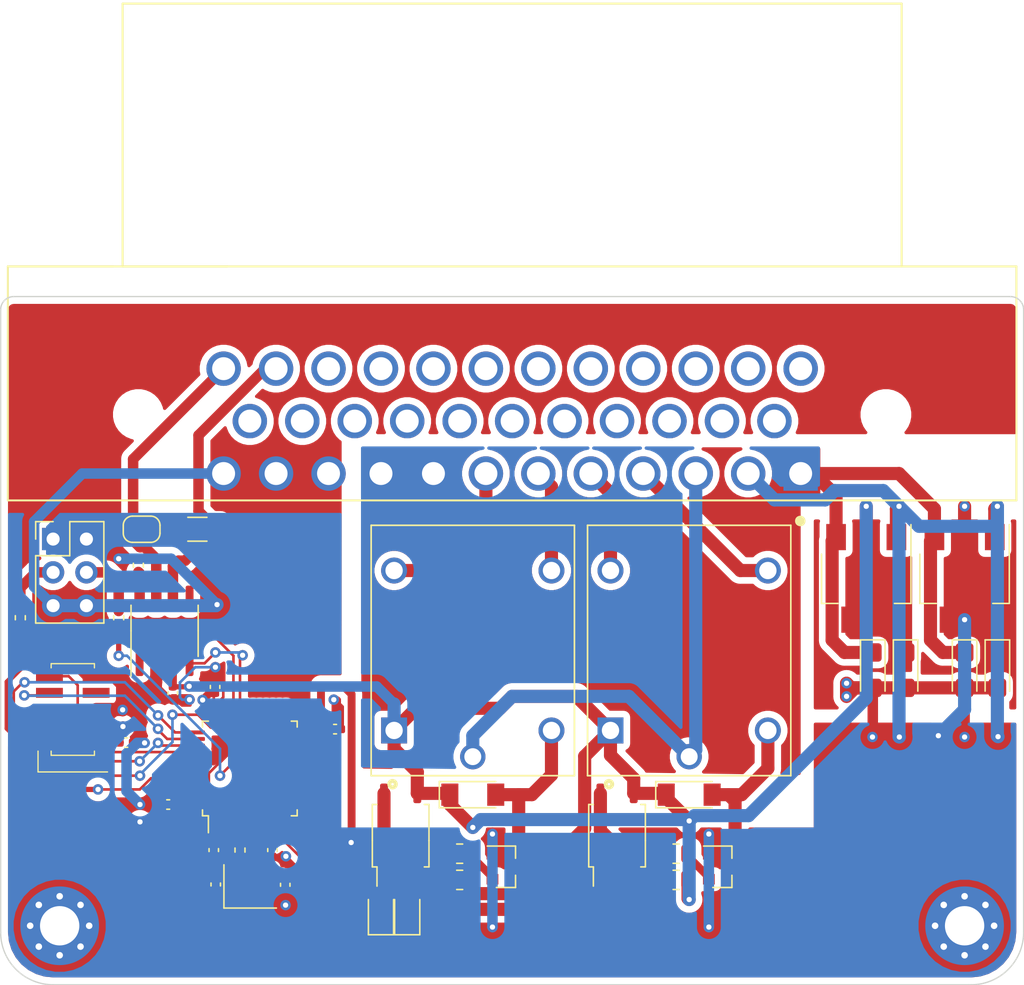
<source format=kicad_pcb>
(kicad_pcb (version 20171130) (host pcbnew 5.1.10)
  (layers (0 F.Cu signal) (31 B.Cu signal) (34 B.Paste user) (35 F.Paste user) (36 B.SilkS user) (37 F.SilkS user) (38 B.Mask user) (39 F.Mask user) (44 Edge.Cuts user))
  (net 0 "")
  (net 1 GND)
  (net 2 +12V)
  (net 3 +3V3)
  (net 4 +5V)
  (net 5 "Net-(D1-Pad2)")
  (net 6 "Net-(D2-Pad2)")
  (net 7 "Net-(D3-Pad2)")
  (net 8 "Net-(D4-Pad2)")
  (net 9 /HL_COM)
  (net 10 /HL1_UP)
  (net 11 /HL2_UP)
  (net 12 /HL1_DN)
  (net 13 /HL2_DN)
  (net 14 /SWDCLK)
  (net 15 /SWDIO)
  (net 16 /SWO)
  (net 17 /CANH)
  (net 18 "Net-(Q1-Pad2)")
  (net 19 "Net-(Q2-Pad2)")
  (net 20 "Net-(R1-Pad1)")
  (net 21 "Net-(R2-Pad1)")
  (net 22 "Net-(R3-Pad2)")
  (net 23 "Net-(R4-Pad2)")
  (net 24 /CANL)
  (net 25 "Net-(JP1-Pad2)")
  (net 26 "Net-(C4-Pad1)")
  (net 27 /HSE_OUT)
  (net 28 /HL1_IN)
  (net 29 /HL2_IN)
  (net 30 /JNTRST)
  (net 31 /TDI)
  (net 32 "Net-(J3-Pad4)")
  (net 33 "Net-(J3-Pad3)")
  (net 34 /BOOT0)
  (net 35 /HSE_IN)
  (net 36 /BOOT1)
  (net 37 "Net-(R9-Pad2)")
  (net 38 /CAN_TX)
  (net 39 /CAN_RX)
  (module Resistor_SMD:R_0402_1005Metric (layer F.Cu) (at 29.5 62.5 270)
    (fp_text reference R9)
    (fp_text value 4.7k)
    (pad 2 smd roundrect (at 0.51 0 270) (size 0.54 0.64) (layers F.Cu F.Paste F.Mask) (net 37 "Net-(R9-Pad2)"))
    (pad 1 smd roundrect (at -0.51 0 270) (size 0.54 0.64) (layers F.Cu F.Paste F.Mask) (net 1 GND))
  )
  (module Resistor_SMD:R_0402_1005Metric (layer F.Cu) (at 28 66.499999 90)
    (fp_text reference R8)
    (fp_text value 100K)
    (pad 2 smd roundrect (at 0.51 0 90) (size 0.54 0.64) (layers F.Cu F.Paste F.Mask) (net 32 "Net-(J3-Pad4)"))
    (pad 1 smd roundrect (at -0.51 0 90) (size 0.54 0.64) (layers F.Cu F.Paste F.Mask) (net 36 /BOOT1))
  )
  (module Resistor_SMD:R_0402_1005Metric (layer F.Cu) (at 37.25 84.225 270)
    (fp_text reference R7)
    (fp_text value 1M)
    (pad 2 smd roundrect (at 0.51 0 270) (size 0.54 0.64) (layers F.Cu F.Paste F.Mask) (net 26 "Net-(C4-Pad1)"))
    (pad 1 smd roundrect (at -0.51 0 270) (size 0.54 0.64) (layers F.Cu F.Paste F.Mask) (net 35 /HSE_IN))
  )
  (module Resistor_SMD:R_0402_1005Metric (layer F.Cu) (at 20.5 66.5 270)
    (fp_text reference R6)
    (fp_text value 100K)
    (pad 2 smd roundrect (at 0.51 0 270) (size 0.54 0.64) (layers F.Cu F.Paste F.Mask) (net 34 /BOOT0))
    (pad 1 smd roundrect (at -0.51 0 270) (size 0.54 0.64) (layers F.Cu F.Paste F.Mask) (net 33 "Net-(J3-Pad3)"))
  )
  (module Connector_PinHeader_2.54mm:PinHeader_2x03_P2.54mm_Vertical (layer F.Cu) (at 23 60.5)
    (fp_text reference J3)
    (fp_text value BOOT)
    (pad 6 thru_hole oval (at 2.54 5.08) (size 1.7 1.7) (drill 1) (layers *.Cu *.Mask) (net 1 GND))
    (pad 5 thru_hole oval (at 0 5.08) (size 1.7 1.7) (drill 1) (layers *.Cu *.Mask) (net 1 GND))
    (pad 4 thru_hole oval (at 2.54 2.54) (size 1.7 1.7) (drill 1) (layers *.Cu *.Mask) (net 32 "Net-(J3-Pad4)"))
    (pad 3 thru_hole oval (at 0 2.54) (size 1.7 1.7) (drill 1) (layers *.Cu *.Mask) (net 33 "Net-(J3-Pad3)"))
    (pad 2 thru_hole oval (at 2.54 0) (size 1.7 1.7) (drill 1) (layers *.Cu *.Mask) (net 3 +3V3))
    (pad 1 thru_hole rect (at 0 0) (size 1.7 1.7) (drill 1) (layers *.Cu *.Mask) (net 3 +3V3))
  )
  (module Capacitor_SMD:C_0402_1005Metric (layer F.Cu) (at 32.125 72.25 270)
    (fp_text reference C13)
    (fp_text value 100n)
    (pad 2 smd roundrect (at 0.48 0 270) (size 0.56 0.62) (layers F.Cu F.Paste F.Mask) (net 1 GND))
    (pad 1 smd roundrect (at -0.48 0 270) (size 0.56 0.62) (layers F.Cu F.Paste F.Mask) (net 4 +5V))
  )
  (module Capacitor_SMD:C_0402_1005Metric (layer F.Cu) (at 35.35 71.78 90)
    (fp_text reference C12)
    (fp_text value 100n)
    (pad 2 smd roundrect (at 0.48 0 90) (size 0.56 0.62) (layers F.Cu F.Paste F.Mask) (net 1 GND))
    (pad 1 smd roundrect (at -0.48 0 90) (size 0.56 0.62) (layers F.Cu F.Paste F.Mask) (net 3 +3V3))
  )
  (module Crystal:Crystal_SMD_3225-4Pin_3.2x2.5mm (layer F.Cu) (at 38.025 87)
    (fp_text reference Y1)
    (fp_text value Crystal_GND24_Small)
    (pad 4 smd rect (at -1.1 -0.85) (size 1.4 1.2) (layers F.Cu F.Paste F.Mask) (net 1 GND))
    (pad 3 smd rect (at 1.1 -0.85) (size 1.4 1.2) (layers F.Cu F.Paste F.Mask) (net 27 /HSE_OUT))
    (pad 2 smd rect (at 1.1 0.85) (size 1.4 1.2) (layers F.Cu F.Paste F.Mask) (net 1 GND))
    (pad 1 smd rect (at -1.1 0.85) (size 1.4 1.2) (layers F.Cu F.Paste F.Mask) (net 26 "Net-(C4-Pad1)"))
  )
  (module miata-headlight-controller:SOP-4_4.1x4.4mm_P2.54mm (layer F.Cu) (at 66 83.5 90)
    (fp_text reference U6)
    (fp_text value "EL357N(B)(TA)-G")
    (pad 1 smd roundrect (at -2.75 -1.27 90) (size 1.5 0.6) (layers F.Cu F.Paste F.Mask) (net 6 "Net-(D2-Pad2)"))
    (pad 2 smd roundrect (at -2.75 1.27 90) (size 1.5 0.6) (layers F.Cu F.Paste F.Mask) (net 21 "Net-(R2-Pad1)"))
    (pad 3 smd roundrect (at 3.6 1.27 90) (size 1.5 0.6) (layers F.Cu F.Paste F.Mask) (net 4 +5V))
    (pad 4 smd roundrect (at 3.6 -1.27 90) (size 1.5 0.6) (layers F.Cu F.Paste F.Mask) (net 23 "Net-(R4-Pad2)"))
  )
  (module miata-headlight-controller:SOP-4_4.1x4.4mm_P2.54mm (layer F.Cu) (at 49.5 83.5 90)
    (fp_text reference U5)
    (fp_text value "EL357N(B)(TA)-G")
    (pad 1 smd roundrect (at -2.75 -1.27 90) (size 1.5 0.6) (layers F.Cu F.Paste F.Mask) (net 5 "Net-(D1-Pad2)"))
    (pad 2 smd roundrect (at -2.75 1.27 90) (size 1.5 0.6) (layers F.Cu F.Paste F.Mask) (net 20 "Net-(R1-Pad1)"))
    (pad 3 smd roundrect (at 3.6 1.27 90) (size 1.5 0.6) (layers F.Cu F.Paste F.Mask) (net 4 +5V))
    (pad 4 smd roundrect (at 3.6 -1.27 90) (size 1.5 0.6) (layers F.Cu F.Paste F.Mask) (net 22 "Net-(R3-Pad2)"))
  )
  (module Package_SO:SOIC-8_3.9x4.9mm_P1.27mm (layer F.Cu) (at 31.5 67.5 90)
    (fp_text reference U4)
    (fp_text value MCP2551-I-SN)
    (pad 1 smd roundrect (at -2.475 -1.905 90) (size 1.95 0.6) (layers F.Cu F.Paste F.Mask) (net 38 /CAN_TX))
    (pad 2 smd roundrect (at -2.475 -0.635 90) (size 1.95 0.6) (layers F.Cu F.Paste F.Mask) (net 1 GND))
    (pad 3 smd roundrect (at -2.475 0.635 90) (size 1.95 0.6) (layers F.Cu F.Paste F.Mask) (net 4 +5V))
    (pad 4 smd roundrect (at -2.475 1.905 90) (size 1.95 0.6) (layers F.Cu F.Paste F.Mask) (net 39 /CAN_RX))
    (pad 5 smd roundrect (at 2.475 1.905 90) (size 1.95 0.6) (layers F.Cu F.Paste F.Mask))
    (pad 6 smd roundrect (at 2.475 0.635 90) (size 1.95 0.6) (layers F.Cu F.Paste F.Mask) (net 24 /CANL))
    (pad 7 smd roundrect (at 2.475 -0.635 90) (size 1.95 0.6) (layers F.Cu F.Paste F.Mask) (net 17 /CANH))
    (pad 8 smd roundrect (at 2.475 -1.905 90) (size 1.95 0.6) (layers F.Cu F.Paste F.Mask) (net 37 "Net-(R9-Pad2)"))
  )
  (module Package_QFP:LQFP-48_7x7mm_P0.5mm (layer F.Cu) (at 38 77.999999 90)
    (fp_text reference U3)
    (fp_text value STM32F103C8Tx)
    (pad 1 smd roundrect (at -4.1625 -2.75 90) (size 1.475 0.3) (layers F.Cu F.Paste F.Mask) (net 3 +3V3))
    (pad 2 smd roundrect (at -4.1625 -2.25 90) (size 1.475 0.3) (layers F.Cu F.Paste F.Mask))
    (pad 3 smd roundrect (at -4.1625 -1.75 90) (size 1.475 0.3) (layers F.Cu F.Paste F.Mask))
    (pad 4 smd roundrect (at -4.1625 -1.25 90) (size 1.475 0.3) (layers F.Cu F.Paste F.Mask))
    (pad 5 smd roundrect (at -4.1625 -0.75 90) (size 1.475 0.3) (layers F.Cu F.Paste F.Mask) (net 35 /HSE_IN))
    (pad 6 smd roundrect (at -4.1625 -0.25 90) (size 1.475 0.3) (layers F.Cu F.Paste F.Mask) (net 27 /HSE_OUT))
    (pad 7 smd roundrect (at -4.1625 0.25 90) (size 1.475 0.3) (layers F.Cu F.Paste F.Mask) (net 3 +3V3))
    (pad 8 smd roundrect (at -4.1625 0.75 90) (size 1.475 0.3) (layers F.Cu F.Paste F.Mask) (net 1 GND))
    (pad 9 smd roundrect (at -4.1625 1.25 90) (size 1.475 0.3) (layers F.Cu F.Paste F.Mask) (net 3 +3V3))
    (pad 10 smd roundrect (at -4.1625 1.75 90) (size 1.475 0.3) (layers F.Cu F.Paste F.Mask))
    (pad 11 smd roundrect (at -4.1625 2.25 90) (size 1.475 0.3) (layers F.Cu F.Paste F.Mask) (net 29 /HL2_IN))
    (pad 12 smd roundrect (at -4.1625 2.75 90) (size 1.475 0.3) (layers F.Cu F.Paste F.Mask) (net 28 /HL1_IN))
    (pad 13 smd roundrect (at -2.75 4.1625 90) (size 0.3 1.475) (layers F.Cu F.Paste F.Mask))
    (pad 14 smd roundrect (at -2.25 4.1625 90) (size 0.3 1.475) (layers F.Cu F.Paste F.Mask))
    (pad 15 smd roundrect (at -1.75 4.1625 90) (size 0.3 1.475) (layers F.Cu F.Paste F.Mask))
    (pad 16 smd roundrect (at -1.25 4.1625 90) (size 0.3 1.475) (layers F.Cu F.Paste F.Mask))
    (pad 17 smd roundrect (at -0.75 4.1625 90) (size 0.3 1.475) (layers F.Cu F.Paste F.Mask))
    (pad 18 smd roundrect (at -0.25 4.1625 90) (size 0.3 1.475) (layers F.Cu F.Paste F.Mask))
    (pad 19 smd roundrect (at 0.25 4.1625 90) (size 0.3 1.475) (layers F.Cu F.Paste F.Mask))
    (pad 20 smd roundrect (at 0.75 4.1625 90) (size 0.3 1.475) (layers F.Cu F.Paste F.Mask) (net 36 /BOOT1))
    (pad 21 smd roundrect (at 1.25 4.1625 90) (size 0.3 1.475) (layers F.Cu F.Paste F.Mask))
    (pad 22 smd roundrect (at 1.75 4.1625 90) (size 0.3 1.475) (layers F.Cu F.Paste F.Mask))
    (pad 23 smd roundrect (at 2.25 4.1625 90) (size 0.3 1.475) (layers F.Cu F.Paste F.Mask) (net 1 GND))
    (pad 24 smd roundrect (at 2.75 4.1625 90) (size 0.3 1.475) (layers F.Cu F.Paste F.Mask) (net 3 +3V3))
    (pad 25 smd roundrect (at 4.1625 2.75 90) (size 1.475 0.3) (layers F.Cu F.Paste F.Mask))
    (pad 26 smd roundrect (at 4.1625 2.25 90) (size 1.475 0.3) (layers F.Cu F.Paste F.Mask))
    (pad 27 smd roundrect (at 4.1625 1.75 90) (size 1.475 0.3) (layers F.Cu F.Paste F.Mask))
    (pad 28 smd roundrect (at 4.1625 1.25 90) (size 1.475 0.3) (layers F.Cu F.Paste F.Mask))
    (pad 29 smd roundrect (at 4.1625 0.75 90) (size 1.475 0.3) (layers F.Cu F.Paste F.Mask))
    (pad 30 smd roundrect (at 4.1625 0.25 90) (size 1.475 0.3) (layers F.Cu F.Paste F.Mask))
    (pad 31 smd roundrect (at 4.1625 -0.25 90) (size 1.475 0.3) (layers F.Cu F.Paste F.Mask))
    (pad 32 smd roundrect (at 4.1625 -0.75 90) (size 1.475 0.3) (layers F.Cu F.Paste F.Mask) (net 39 /CAN_RX))
    (pad 33 smd roundrect (at 4.1625 -1.25 90) (size 1.475 0.3) (layers F.Cu F.Paste F.Mask) (net 38 /CAN_TX))
    (pad 34 smd roundrect (at 4.1625 -1.75 90) (size 1.475 0.3) (layers F.Cu F.Paste F.Mask) (net 15 /SWDIO))
    (pad 35 smd roundrect (at 4.1625 -2.25 90) (size 1.475 0.3) (layers F.Cu F.Paste F.Mask) (net 1 GND))
    (pad 36 smd roundrect (at 4.1625 -2.75 90) (size 1.475 0.3) (layers F.Cu F.Paste F.Mask) (net 3 +3V3))
    (pad 37 smd roundrect (at 2.75 -4.1625 90) (size 0.3 1.475) (layers F.Cu F.Paste F.Mask) (net 14 /SWDCLK))
    (pad 38 smd roundrect (at 2.25 -4.1625 90) (size 0.3 1.475) (layers F.Cu F.Paste F.Mask) (net 31 /TDI))
    (pad 39 smd roundrect (at 1.75 -4.1625 90) (size 0.3 1.475) (layers F.Cu F.Paste F.Mask) (net 16 /SWO))
    (pad 40 smd roundrect (at 1.25 -4.1625 90) (size 0.3 1.475) (layers F.Cu F.Paste F.Mask) (net 30 /JNTRST))
    (pad 41 smd roundrect (at 0.75 -4.1625 90) (size 0.3 1.475) (layers F.Cu F.Paste F.Mask))
    (pad 42 smd roundrect (at 0.25 -4.1625 90) (size 0.3 1.475) (layers F.Cu F.Paste F.Mask))
    (pad 43 smd roundrect (at -0.25 -4.1625 90) (size 0.3 1.475) (layers F.Cu F.Paste F.Mask))
    (pad 44 smd roundrect (at -0.75 -4.1625 90) (size 0.3 1.475) (layers F.Cu F.Paste F.Mask) (net 34 /BOOT0))
    (pad 45 smd roundrect (at -1.25 -4.1625 90) (size 0.3 1.475) (layers F.Cu F.Paste F.Mask))
    (pad 46 smd roundrect (at -1.75 -4.1625 90) (size 0.3 1.475) (layers F.Cu F.Paste F.Mask))
    (pad 47 smd roundrect (at -2.25 -4.1625 90) (size 0.3 1.475) (layers F.Cu F.Paste F.Mask) (net 1 GND))
    (pad 48 smd roundrect (at -2.75 -4.1625 90) (size 0.3 1.475) (layers F.Cu F.Paste F.Mask) (net 3 +3V3))
  )
  (module Package_TO_SOT_SMD:SOT-223-3_TabPin2 (layer F.Cu) (at 85 63.5 270)
    (fp_text reference U2)
    (fp_text value AMS1117-5.0)
    (pad 1 smd rect (at -3.15 -2.3 270) (size 2 1.5) (layers F.Cu F.Paste F.Mask) (net 1 GND))
    (pad 3 smd rect (at -3.15 2.3 270) (size 2 1.5) (layers F.Cu F.Paste F.Mask) (net 2 +12V))
    (pad 2 smd rect (at -3.15 0 270) (size 2 1.5) (layers F.Cu F.Paste F.Mask) (net 4 +5V))
    (pad 2 smd rect (at 3.15 0 270) (size 2 3.8) (layers F.Cu F.Paste F.Mask) (net 4 +5V))
  )
  (module Package_TO_SOT_SMD:SOT-223-3_TabPin2 (layer F.Cu) (at 92.5 63.5 270)
    (fp_text reference U1)
    (fp_text value AMS1117-3.3)
    (pad 1 smd rect (at -3.15 -2.3 270) (size 2 1.5) (layers F.Cu F.Paste F.Mask) (net 1 GND))
    (pad 3 smd rect (at -3.15 2.3 270) (size 2 1.5) (layers F.Cu F.Paste F.Mask) (net 2 +12V))
    (pad 2 smd rect (at -3.15 0 270) (size 2 1.5) (layers F.Cu F.Paste F.Mask) (net 3 +3V3))
    (pad 2 smd rect (at 3.15 0 270) (size 2 3.8) (layers F.Cu F.Paste F.Mask) (net 3 +3V3))
  )
  (module Resistor_SMD:R_1206_3216Metric (layer F.Cu) (at 34 59.75 180)
    (fp_text reference R5)
    (fp_text value 120)
    (pad 2 smd roundrect (at 1.4625 0 180) (size 1.125 1.75) (layers F.Cu F.Paste F.Mask) (roundrect_rratio 0.222222) (net 25 "Net-(JP1-Pad2)"))
    (pad 1 smd roundrect (at -1.4625 0 180) (size 1.125 1.75) (layers F.Cu F.Paste F.Mask) (roundrect_rratio 0.222222) (net 24 /CANL))
  )
  (module Resistor_SMD:R_0805_2012Metric (layer F.Cu) (at 70.5 84.5 180)
    (fp_text reference R4)
    (fp_text value 510)
    (pad 2 smd roundrect (at 0.9125 0 180) (size 1.025 1.4) (layers F.Cu F.Paste F.Mask) (roundrect_rratio 0.243902) (net 23 "Net-(R4-Pad2)"))
    (pad 1 smd roundrect (at -0.9125 0 180) (size 1.025 1.4) (layers F.Cu F.Paste F.Mask) (roundrect_rratio 0.243902) (net 19 "Net-(Q2-Pad2)"))
  )
  (module Resistor_SMD:R_0805_2012Metric (layer F.Cu) (at 54 84.5 180)
    (fp_text reference R3)
    (fp_text value 510)
    (pad 2 smd roundrect (at 0.9125 0 180) (size 1.025 1.4) (layers F.Cu F.Paste F.Mask) (roundrect_rratio 0.243902) (net 22 "Net-(R3-Pad2)"))
    (pad 1 smd roundrect (at -0.9125 0 180) (size 1.025 1.4) (layers F.Cu F.Paste F.Mask) (roundrect_rratio 0.243902) (net 18 "Net-(Q1-Pad2)"))
  )
  (module Resistor_SMD:R_0805_2012Metric (layer F.Cu) (at 70.5 86.5)
    (fp_text reference R2)
    (fp_text value 1k)
    (pad 2 smd roundrect (at 0.9125 0) (size 1.025 1.4) (layers F.Cu F.Paste F.Mask) (roundrect_rratio 0.243902) (net 4 +5V))
    (pad 1 smd roundrect (at -0.9125 0) (size 1.025 1.4) (layers F.Cu F.Paste F.Mask) (roundrect_rratio 0.243902) (net 21 "Net-(R2-Pad1)"))
  )
  (module Resistor_SMD:R_0805_2012Metric (layer F.Cu) (at 54 86.5)
    (fp_text reference R1)
    (fp_text value 1k)
    (pad 2 smd roundrect (at 0.9125 0) (size 1.025 1.4) (layers F.Cu F.Paste F.Mask) (roundrect_rratio 0.243902) (net 4 +5V))
    (pad 1 smd roundrect (at -0.9125 0) (size 1.025 1.4) (layers F.Cu F.Paste F.Mask) (roundrect_rratio 0.243902) (net 20 "Net-(R1-Pad1)"))
  )
  (module Package_TO_SOT_SMD:SOT-23 (layer F.Cu) (at 74 85.5)
    (fp_text reference Q2)
    (fp_text value S8050)
    (pad 3 smd rect (at 1 0) (size 0.9 0.8) (layers F.Cu F.Paste F.Mask) (net 8 "Net-(D4-Pad2)"))
    (pad 2 smd rect (at -1 0.95) (size 0.9 0.8) (layers F.Cu F.Paste F.Mask) (net 19 "Net-(Q2-Pad2)"))
    (pad 1 smd rect (at -1 -0.95) (size 0.9 0.8) (layers F.Cu F.Paste F.Mask) (net 1 GND))
  )
  (module Package_TO_SOT_SMD:SOT-23 (layer F.Cu) (at 57.5 85.5)
    (fp_text reference Q1)
    (fp_text value S8050)
    (pad 3 smd rect (at 1 0) (size 0.9 0.8) (layers F.Cu F.Paste F.Mask) (net 7 "Net-(D3-Pad2)"))
    (pad 2 smd rect (at -1 0.95) (size 0.9 0.8) (layers F.Cu F.Paste F.Mask) (net 18 "Net-(Q1-Pad2)"))
    (pad 1 smd rect (at -1 -0.95) (size 0.9 0.8) (layers F.Cu F.Paste F.Mask) (net 1 GND))
  )
  (module SRD-05VDC-SL-C:RELAY_SRD-05VDC-SL-C (layer F.Cu) (at 71.5 69 90)
    (fp_text reference K2)
    (fp_text value SRD-05VDC-SL-C)
    (pad NC thru_hole circle (at 6.1 -6 90) (size 1.98 1.98) (drill 1.32) (layers *.Cu *.Mask) (net 13 /HL2_DN))
    (pad NO thru_hole circle (at 6.1 6 90) (size 1.98 1.98) (drill 1.32) (layers *.Cu *.Mask) (net 11 /HL2_UP))
    (pad A2 thru_hole circle (at -6.1 6 90) (size 1.98 1.98) (drill 1.32) (layers *.Cu *.Mask) (net 8 "Net-(D4-Pad2)"))
    (pad COM thru_hole circle (at -8.1 0 90) (size 1.935 1.935) (drill 1.29) (layers *.Cu *.Mask) (net 9 /HL_COM))
    (pad A1 thru_hole rect (at -6.1 -6 90) (size 1.98 1.98) (drill 1.32) (layers *.Cu *.Mask) (net 4 +5V))
  )
  (module SRD-05VDC-SL-C:RELAY_SRD-05VDC-SL-C (layer F.Cu) (at 55 69 90)
    (fp_text reference K1)
    (fp_text value SRD-05VDC-SL-C)
    (pad NC thru_hole circle (at 6.1 -6 90) (size 1.98 1.98) (drill 1.32) (layers *.Cu *.Mask) (net 12 /HL1_DN))
    (pad NO thru_hole circle (at 6.1 6 90) (size 1.98 1.98) (drill 1.32) (layers *.Cu *.Mask) (net 10 /HL1_UP))
    (pad A2 thru_hole circle (at -6.1 6 90) (size 1.98 1.98) (drill 1.32) (layers *.Cu *.Mask) (net 7 "Net-(D3-Pad2)"))
    (pad COM thru_hole circle (at -8.1 0 90) (size 1.935 1.935) (drill 1.29) (layers *.Cu *.Mask) (net 9 /HL_COM))
    (pad A1 thru_hole rect (at -6.1 -6 90) (size 1.98 1.98) (drill 1.32) (layers *.Cu *.Mask) (net 4 +5V))
  )
  (module Jumper:SolderJumper-2_P1.3mm_Open_RoundedPad1.0x1.5mm (layer F.Cu) (at 29.75 59.75)
    (fp_text reference JP1)
    (fp_text value Jumper_NO_Small)
    (pad 2 smd custom (at 0.65 0) (size 1 0.5) (layers F.Cu F.Mask) (net 25 "Net-(JP1-Pad2)") (options (clearance outline) (anchor rect)) (primitives (gr_circle (center 0 0.25) (end 0.5 0.25) (width 0)) (gr_circle (center 0 -0.25) (end 0.5 -0.25) (width 0)) (gr_poly (pts (xy 0 -0.75) (xy -0.5 -0.75) (xy -0.5 0.75) (xy 0 0.75)) (width 0))))
    (pad 1 smd custom (at -0.65 0) (size 1 0.5) (layers F.Cu F.Mask) (net 17 /CANH) (options (clearance outline) (anchor rect)) (primitives (gr_circle (center 0 0.25) (end 0.5 0.25) (width 0)) (gr_circle (center 0 -0.25) (end 0.5 -0.25) (width 0)) (gr_poly (pts (xy 0 -0.75) (xy 0.5 -0.75) (xy 0.5 0.75) (xy 0 0.75)) (width 0))))
  )
  (module Connector_Automotive:TE_776180-1 (layer F.Cu) (at 58 51.5 180)
    (fp_text reference J2)
    (fp_text value 776180-1)
    (pad None np_thru_hole circle (at -28.5 0.5 180) (size 2.85 2.85) (drill 2.85) (layers *.Cu *.Mask))
    (pad 1 thru_hole rect (at -22 -4 180) (size 2.625 2.625) (drill 1.75) (layers *.Cu *.Mask) (net 2 +12V))
    (pad 2 thru_hole circle (at -18 -4 180) (size 2.625 2.625) (drill 1.75) (layers *.Cu *.Mask) (net 1 GND))
    (pad 3 thru_hole circle (at -14 -4 180) (size 2.625 2.625) (drill 1.75) (layers *.Cu *.Mask) (net 9 /HL_COM))
    (pad 4 thru_hole circle (at -10 -4 180) (size 2.625 2.625) (drill 1.75) (layers *.Cu *.Mask) (net 11 /HL2_UP))
    (pad 5 thru_hole circle (at -6 -4 180) (size 2.625 2.625) (drill 1.75) (layers *.Cu *.Mask) (net 13 /HL2_DN))
    (pad 6 thru_hole circle (at -2 -4 180) (size 2.625 2.625) (drill 1.75) (layers *.Cu *.Mask) (net 10 /HL1_UP))
    (pad 7 thru_hole circle (at 2 -4 180) (size 2.625 2.625) (drill 1.75) (layers *.Cu *.Mask) (net 12 /HL1_DN))
    (pad 8 thru_hole circle (at 6 -4 180) (size 2.625 2.625) (drill 1.75) (layers *.Cu *.Mask) (net 2 +12V))
    (pad 9 thru_hole circle (at 10 -4 180) (size 2.625 2.625) (drill 1.75) (layers *.Cu *.Mask) (net 2 +12V))
    (pad 10 thru_hole circle (at 14 -4 180) (size 2.625 2.625) (drill 1.75) (layers *.Cu *.Mask) (net 1 GND))
    (pad 11 thru_hole circle (at 18 -4 180) (size 2.625 2.625) (drill 1.75) (layers *.Cu *.Mask) (net 1 GND))
    (pad 12 thru_hole circle (at 22 -4 180) (size 2.625 2.625) (drill 1.75) (layers *.Cu *.Mask) (net 1 GND))
    (pad 13 thru_hole circle (at -20 0 180) (size 2.625 2.625) (drill 1.75) (layers *.Cu *.Mask))
    (pad 14 thru_hole circle (at -16 0 180) (size 2.625 2.625) (drill 1.75) (layers *.Cu *.Mask))
    (pad 15 thru_hole circle (at -12 0 180) (size 2.625 2.625) (drill 1.75) (layers *.Cu *.Mask))
    (pad 16 thru_hole circle (at -8 0 180) (size 2.625 2.625) (drill 1.75) (layers *.Cu *.Mask))
    (pad 17 thru_hole circle (at -4 0 180) (size 2.625 2.625) (drill 1.75) (layers *.Cu *.Mask))
    (pad 18 thru_hole circle (at 0 0 180) (size 2.625 2.625) (drill 1.75) (layers *.Cu *.Mask))
    (pad 19 thru_hole circle (at 4 0 180) (size 2.625 2.625) (drill 1.75) (layers *.Cu *.Mask))
    (pad 20 thru_hole circle (at 8 0 180) (size 2.625 2.625) (drill 1.75) (layers *.Cu *.Mask))
    (pad 21 thru_hole circle (at 12 0 180) (size 2.625 2.625) (drill 1.75) (layers *.Cu *.Mask))
    (pad 22 thru_hole circle (at 16 0 180) (size 2.625 2.625) (drill 1.75) (layers *.Cu *.Mask))
    (pad 23 thru_hole circle (at 20 0 180) (size 2.625 2.625) (drill 1.75) (layers *.Cu *.Mask))
    (pad None np_thru_hole circle (at 28.5 0.5 180) (size 2.85 2.85) (drill 2.85) (layers *.Cu *.Mask))
    (pad 24 thru_hole circle (at -22 4 180) (size 2.625 2.625) (drill 1.75) (layers *.Cu *.Mask))
    (pad 25 thru_hole circle (at -18 4 180) (size 2.625 2.625) (drill 1.75) (layers *.Cu *.Mask))
    (pad 26 thru_hole circle (at -14 4 180) (size 2.625 2.625) (drill 1.75) (layers *.Cu *.Mask))
    (pad 27 thru_hole circle (at -10 4 180) (size 2.625 2.625) (drill 1.75) (layers *.Cu *.Mask))
    (pad 28 thru_hole circle (at -6 4 180) (size 2.625 2.625) (drill 1.75) (layers *.Cu *.Mask))
    (pad 29 thru_hole circle (at -2 4 180) (size 2.625 2.625) (drill 1.75) (layers *.Cu *.Mask))
    (pad 30 thru_hole circle (at 2 4 180) (size 2.625 2.625) (drill 1.75) (layers *.Cu *.Mask))
    (pad 31 thru_hole circle (at 6 4 180) (size 2.625 2.625) (drill 1.75) (layers *.Cu *.Mask))
    (pad 32 thru_hole circle (at 10 4 180) (size 2.625 2.625) (drill 1.75) (layers *.Cu *.Mask))
    (pad 33 thru_hole circle (at 14 4 180) (size 2.625 2.625) (drill 1.75) (layers *.Cu *.Mask))
    (pad 34 thru_hole circle (at 18 4 180) (size 2.625 2.625) (drill 1.75) (layers *.Cu *.Mask) (net 24 /CANL))
    (pad 35 thru_hole circle (at 22 4 180) (size 2.625 2.625) (drill 1.75) (layers *.Cu *.Mask) (net 17 /CANH))
  )
  (module Connector_SWD:20021221-00010C4LF (layer F.Cu) (at 24.5 73.5 90)
    (fp_text reference J1)
    (fp_text value Conn_ARM_JTAG_SWD_10)
    (pad 1 smd rect (at -2.54 1.78 90) (size 0.76 2.05) (layers F.Cu F.Paste F.Mask) (net 3 +3V3))
    (pad 2 smd rect (at -2.54 -1.78 90) (size 0.76 2.05) (layers F.Cu F.Paste F.Mask) (net 15 /SWDIO))
    (pad 3 smd rect (at -1.27 1.78 90) (size 0.76 2.05) (layers F.Cu F.Paste F.Mask) (net 1 GND))
    (pad 4 smd rect (at -1.27 -1.78 90) (size 0.76 2.05) (layers F.Cu F.Paste F.Mask) (net 14 /SWDCLK))
    (pad 5 smd rect (at 0 1.78 90) (size 0.76 2.05) (layers F.Cu F.Paste F.Mask) (net 1 GND))
    (pad 6 smd rect (at 0 -1.78 90) (size 0.76 2.05) (layers F.Cu F.Paste F.Mask) (net 16 /SWO))
    (pad 7 smd rect (at 1.27 1.78 90) (size 0.76 2.05) (layers F.Cu F.Paste F.Mask))
    (pad 8 smd rect (at 1.27 -1.78 90) (size 0.76 2.05) (layers F.Cu F.Paste F.Mask) (net 31 /TDI))
    (pad 9 smd rect (at 2.54 1.78 90) (size 0.76 2.05) (layers F.Cu F.Paste F.Mask) (net 1 GND))
    (pad 10 smd rect (at 2.54 -1.78 90) (size 0.76 2.05) (layers F.Cu F.Paste F.Mask) (net 30 /JNTRST))
  )
  (module MountingHole:MountingHole_3mm_Pad_Via (layer F.Cu) (at 92.5 90)
    (fp_text reference H2)
    (fp_text value MountingHole_Pad)
    (pad 1 thru_hole circle (at 1.59099 -1.59099) (size 0.8 0.8) (drill 0.5) (layers *.Cu *.Mask) (net 1 GND))
    (pad 1 thru_hole circle (at 0 -2.25) (size 0.8 0.8) (drill 0.5) (layers *.Cu *.Mask) (net 1 GND))
    (pad 1 thru_hole circle (at -1.59099 -1.59099) (size 0.8 0.8) (drill 0.5) (layers *.Cu *.Mask) (net 1 GND))
    (pad 1 thru_hole circle (at -2.25 0) (size 0.8 0.8) (drill 0.5) (layers *.Cu *.Mask) (net 1 GND))
    (pad 1 thru_hole circle (at -1.59099 1.59099) (size 0.8 0.8) (drill 0.5) (layers *.Cu *.Mask) (net 1 GND))
    (pad 1 thru_hole circle (at 0 2.25) (size 0.8 0.8) (drill 0.5) (layers *.Cu *.Mask) (net 1 GND))
    (pad 1 thru_hole circle (at 1.59099 1.59099) (size 0.8 0.8) (drill 0.5) (layers *.Cu *.Mask) (net 1 GND))
    (pad 1 thru_hole circle (at 2.25 0) (size 0.8 0.8) (drill 0.5) (layers *.Cu *.Mask) (net 1 GND))
    (pad 1 thru_hole circle (at 0 0) (size 6 6) (drill 3) (layers *.Cu *.Mask) (net 1 GND))
  )
  (module MountingHole:MountingHole_3mm_Pad_Via (layer F.Cu) (at 23.5 90)
    (fp_text reference H1)
    (fp_text value MountingHole_Pad)
    (pad 1 thru_hole circle (at 1.59099 -1.59099) (size 0.8 0.8) (drill 0.5) (layers *.Cu *.Mask) (net 1 GND))
    (pad 1 thru_hole circle (at 0 -2.25) (size 0.8 0.8) (drill 0.5) (layers *.Cu *.Mask) (net 1 GND))
    (pad 1 thru_hole circle (at -1.59099 -1.59099) (size 0.8 0.8) (drill 0.5) (layers *.Cu *.Mask) (net 1 GND))
    (pad 1 thru_hole circle (at -2.25 0) (size 0.8 0.8) (drill 0.5) (layers *.Cu *.Mask) (net 1 GND))
    (pad 1 thru_hole circle (at -1.59099 1.59099) (size 0.8 0.8) (drill 0.5) (layers *.Cu *.Mask) (net 1 GND))
    (pad 1 thru_hole circle (at 0 2.25) (size 0.8 0.8) (drill 0.5) (layers *.Cu *.Mask) (net 1 GND))
    (pad 1 thru_hole circle (at 1.59099 1.59099) (size 0.8 0.8) (drill 0.5) (layers *.Cu *.Mask) (net 1 GND))
    (pad 1 thru_hole circle (at 2.25 0) (size 0.8 0.8) (drill 0.5) (layers *.Cu *.Mask) (net 1 GND))
    (pad 1 thru_hole circle (at 0 0) (size 6 6) (drill 3) (layers *.Cu *.Mask) (net 1 GND))
  )
  (module Diode_SMD:D_MiniMELF (layer F.Cu) (at 71.5 80)
    (fp_text reference D4)
    (fp_text value ZMM5V6)
    (pad 2 smd rect (at 1.75 0) (size 1.3 1.7) (layers F.Cu F.Paste F.Mask) (net 8 "Net-(D4-Pad2)"))
    (pad 1 smd rect (at -1.75 0) (size 1.3 1.7) (layers F.Cu F.Paste F.Mask) (net 4 +5V))
  )
  (module Diode_SMD:D_MiniMELF (layer F.Cu) (at 55 80)
    (fp_text reference D3)
    (fp_text value ZMM5V6)
    (pad 2 smd rect (at 1.75 0) (size 1.3 1.7) (layers F.Cu F.Paste F.Mask) (net 7 "Net-(D3-Pad2)"))
    (pad 1 smd rect (at -1.75 0) (size 1.3 1.7) (layers F.Cu F.Paste F.Mask) (net 4 +5V))
  )
  (module LED_SMD:LED_0805_2012Metric (layer F.Cu) (at 50 89 90)
    (fp_text reference D2)
    (fp_text value RED)
    (pad 2 smd roundrect (at 0.9375 0 90) (size 0.975 1.4) (layers F.Cu F.Paste F.Mask) (net 6 "Net-(D2-Pad2)"))
    (pad 1 smd roundrect (at -0.9375 0 90) (size 0.975 1.4) (layers F.Cu F.Paste F.Mask) (net 29 /HL2_IN))
  )
  (module LED_SMD:LED_0805_2012Metric (layer F.Cu) (at 48 89 90)
    (fp_text reference D1)
    (fp_text value RED)
    (pad 2 smd roundrect (at 0.9375 0 90) (size 0.975 1.4) (layers F.Cu F.Paste F.Mask) (net 5 "Net-(D1-Pad2)"))
    (pad 1 smd roundrect (at -0.9375 0 90) (size 0.975 1.4) (layers F.Cu F.Paste F.Mask) (net 28 /HL1_IN))
  )
  (module Capacitor_SMD:C_0402_1005Metric (layer F.Cu) (at 39.725 84.225 270)
    (fp_text reference C11)
    (fp_text value 100n)
    (pad 2 smd roundrect (at 0.48 0 270) (size 0.56 0.62) (layers F.Cu F.Paste F.Mask) (net 1 GND))
    (pad 1 smd roundrect (at -0.48 0 270) (size 0.56 0.62) (layers F.Cu F.Paste F.Mask) (net 3 +3V3))
  )
  (module Capacitor_SMD:C_0402_1005Metric (layer F.Cu) (at 31.775 80.75 180)
    (fp_text reference C10)
    (fp_text value 100n)
    (pad 2 smd roundrect (at 0.48 0 180) (size 0.56 0.62) (layers F.Cu F.Paste F.Mask) (net 1 GND))
    (pad 1 smd roundrect (at -0.48 0 180) (size 0.56 0.62) (layers F.Cu F.Paste F.Mask) (net 3 +3V3))
  )
  (module Capacitor_SMD:C_0402_1005Metric (layer F.Cu) (at 35.25 84.225 270)
    (fp_text reference C9)
    (fp_text value 100n)
    (pad 2 smd roundrect (at 0.48 0 270) (size 0.56 0.62) (layers F.Cu F.Paste F.Mask) (net 1 GND))
    (pad 1 smd roundrect (at -0.48 0 270) (size 0.56 0.62) (layers F.Cu F.Paste F.Mask) (net 3 +3V3))
  )
  (module Capacitor_SMD:C_0402_1005Metric (layer F.Cu) (at 44.5 75)
    (fp_text reference C8)
    (fp_text value 100n)
    (pad 2 smd roundrect (at 0.48 0) (size 0.56 0.62) (layers F.Cu F.Paste F.Mask) (net 1 GND))
    (pad 1 smd roundrect (at -0.48 0) (size 0.56 0.62) (layers F.Cu F.Paste F.Mask) (net 3 +3V3))
  )
  (module Capacitor_Tantalum_SMD:CP_EIA-3216-18_Kemet-A (layer F.Cu) (at 88 70.5 270)
    (fp_text reference C7)
    (fp_text value 10u)
    (pad 2 smd roundrect (at 1.35 0 270) (size 1.4 1.35) (layers F.Cu F.Paste F.Mask) (roundrect_rratio 0.185185) (net 1 GND))
    (pad 1 smd roundrect (at -1.35 0 270) (size 1.4 1.35) (layers F.Cu F.Paste F.Mask) (roundrect_rratio 0.185185) (net 4 +5V))
  )
  (module Capacitor_SMD:C_0402_1005Metric (layer F.Cu) (at 40.7 86.875 270)
    (fp_text reference C6)
    (fp_text value 12p)
    (pad 2 smd roundrect (at 0.48 0 270) (size 0.56 0.62) (layers F.Cu F.Paste F.Mask) (net 1 GND))
    (pad 1 smd roundrect (at -0.48 0 270) (size 0.56 0.62) (layers F.Cu F.Paste F.Mask) (net 27 /HSE_OUT))
  )
  (module Capacitor_SMD:C_0402_1005Metric (layer F.Cu) (at 28.575 76.025)
    (fp_text reference C5)
    (fp_text value 100n)
    (pad 2 smd roundrect (at 0.48 0) (size 0.56 0.62) (layers F.Cu F.Paste F.Mask) (net 1 GND))
    (pad 1 smd roundrect (at -0.48 0) (size 0.56 0.62) (layers F.Cu F.Paste F.Mask) (net 3 +3V3))
  )
  (module Capacitor_SMD:C_0402_1005Metric (layer F.Cu) (at 35.4 86.85 90)
    (fp_text reference C4)
    (fp_text value 12p)
    (pad 2 smd roundrect (at 0.48 0 90) (size 0.56 0.62) (layers F.Cu F.Paste F.Mask) (net 1 GND))
    (pad 1 smd roundrect (at -0.48 0 90) (size 0.56 0.62) (layers F.Cu F.Paste F.Mask) (net 26 "Net-(C4-Pad1)"))
  )
  (module Capacitor_Tantalum_SMD:CP_EIA-3216-18_Kemet-A (layer F.Cu) (at 92.5 70.5 270)
    (fp_text reference C3)
    (fp_text value 10u)
    (pad 2 smd roundrect (at 1.35 0 270) (size 1.4 1.35) (layers F.Cu F.Paste F.Mask) (roundrect_rratio 0.185185) (net 1 GND))
    (pad 1 smd roundrect (at -1.35 0 270) (size 1.4 1.35) (layers F.Cu F.Paste F.Mask) (roundrect_rratio 0.185185) (net 2 +12V))
  )
  (module Capacitor_Tantalum_SMD:CP_EIA-3216-18_Kemet-A (layer F.Cu) (at 95 70.5 270)
    (fp_text reference C2)
    (fp_text value 10u)
    (pad 2 smd roundrect (at 1.35 0 270) (size 1.4 1.35) (layers F.Cu F.Paste F.Mask) (roundrect_rratio 0.185185) (net 1 GND))
    (pad 1 smd roundrect (at -1.35 0 270) (size 1.4 1.35) (layers F.Cu F.Paste F.Mask) (roundrect_rratio 0.185185) (net 3 +3V3))
  )
  (module Capacitor_Tantalum_SMD:CP_EIA-3216-18_Kemet-A (layer F.Cu) (at 85.5 70.5 270)
    (fp_text reference C1)
    (fp_text value 10u)
    (pad 2 smd roundrect (at 1.35 0 270) (size 1.4 1.35) (layers F.Cu F.Paste F.Mask) (roundrect_rratio 0.185185) (net 1 GND))
    (pad 1 smd roundrect (at -1.35 0 270) (size 1.4 1.35) (layers F.Cu F.Paste F.Mask) (roundrect_rratio 0.185185) (net 2 +12V))
  )
  (gr_arc (start 23 90.5) (end 19 90.5) (angle -90) (layer Edge.Cuts) (width 0.1))
  (gr_arc (start 93 90.5) (end 93 94.5) (angle -90) (layer Edge.Cuts) (width 0.1))
  (gr_arc (start 96 43) (end 97 43) (angle -90) (layer Edge.Cuts) (width 0.1))
  (gr_arc (start 20 43) (end 20 42) (angle -90) (layer Edge.Cuts) (width 0.1))
  (gr_line (start 97 43) (end 97 90.5) (layer Edge.Cuts) (width 0.1))
  (gr_line (start 20 42) (end 96 42) (layer Edge.Cuts) (width 0.1))
  (gr_line (start 19 90.5) (end 19 43) (layer Edge.Cuts) (width 0.1))
  (gr_line (start 93 94.5) (end 23 94.5) (layer Edge.Cuts) (width 0.1))
  (via (at 73 83) (size 0.8) (drill 0.4) (layers F.Cu B.Cu) (net 1))
  (segment (start 73 84.55) (end 73 83) (width 1) (layer F.Cu) (net 1))
  (via (at 56.5 83) (size 0.8) (drill 0.4) (layers F.Cu B.Cu) (net 1))
  (segment (start 56.5 84.55) (end 56.5 83) (width 1) (layer F.Cu) (net 1))
  (via (at 87.5 58) (size 0.8) (drill 0.4) (layers F.Cu B.Cu) (net 1))
  (segment (start 87.3 58.2) (end 87.5 58) (width 1) (layer F.Cu) (net 1))
  (segment (start 87.3 60.35) (end 87.3 58.2) (width 1) (layer F.Cu) (net 1))
  (via (at 95 58) (size 0.8) (drill 0.4) (layers F.Cu B.Cu) (net 1))
  (segment (start 94.8 58.2) (end 95 58) (width 1) (layer F.Cu) (net 1))
  (segment (start 94.8 60.35) (end 94.8 58.2) (width 1) (layer F.Cu) (net 1))
  (segment (start 95 71.85) (end 92.5 71.85) (width 1) (layer F.Cu) (net 1))
  (segment (start 85.5 71.85) (end 87.5 71.85) (width 1) (layer F.Cu) (net 1))
  (segment (start 87.5 71.85) (end 92.5 71.85) (width 1) (layer F.Cu) (net 1))
  (via (at 83.5 71.5) (size 0.8) (drill 0.4) (layers F.Cu B.Cu) (net 1))
  (segment (start 83.85 71.85) (end 83.5 71.5) (width 1) (layer F.Cu) (net 1))
  (segment (start 85.5 71.85) (end 83.85 71.85) (width 1) (layer F.Cu) (net 1))
  (via (at 83.5 72.5) (size 0.8) (drill 0.4) (layers F.Cu B.Cu) (net 1))
  (segment (start 84.15 71.85) (end 83.5 72.5) (width 1) (layer F.Cu) (net 1))
  (segment (start 85.5 71.85) (end 84.15 71.85) (width 1) (layer F.Cu) (net 1))
  (segment (start 83.5 72.5) (end 83.5 71.5) (width 1) (layer F.Cu) (net 1))
  (segment (start 31.90501 80.13999) (end 31.295 80.75) (width 0.2) (layer F.Cu) (net 1))
  (segment (start 32.57726 80.13999) (end 31.90501 80.13999) (width 0.2) (layer F.Cu) (net 1))
  (segment (start 32.687269 80.249999) (end 32.57726 80.13999) (width 0.2) (layer F.Cu) (net 1))
  (segment (start 33.8375 80.249999) (end 32.687269 80.249999) (width 0.2) (layer F.Cu) (net 1))
  (segment (start 40.205 87.85) (end 40.7 87.355) (width 0.2) (layer F.Cu) (net 1))
  (segment (start 39.125 87.85) (end 40.205 87.85) (width 0.2) (layer F.Cu) (net 1))
  (segment (start 36.705 86.37) (end 36.925 86.15) (width 0.2) (layer F.Cu) (net 1))
  (segment (start 35.4 86.37) (end 36.705 86.37) (width 0.2) (layer F.Cu) (net 1))
  (segment (start 35.25 86.22) (end 35.4 86.37) (width 0.2) (layer F.Cu) (net 1))
  (segment (start 35.25 84.705) (end 35.25 86.22) (width 0.2) (layer F.Cu) (net 1))
  (segment (start 39.725 84.67727) (end 39.725 84.705) (width 0.2) (layer F.Cu) (net 1))
  (segment (start 38.75 83.70227) (end 39.725 84.67727) (width 0.2) (layer F.Cu) (net 1))
  (segment (start 38.75 82.162499) (end 38.75 83.70227) (width 0.2) (layer F.Cu) (net 1))
  (segment (start 40.745 84.705) (end 40.75 84.7) (width 0.2) (layer F.Cu) (net 1))
  (via (at 40.75 84.7) (size 0.8) (drill 0.4) (layers F.Cu B.Cu) (net 1))
  (segment (start 39.725 84.705) (end 40.745 84.705) (width 0.2) (layer F.Cu) (net 1))
  (via (at 40.725 88.425) (size 0.8) (drill 0.4) (layers F.Cu B.Cu) (net 1))
  (segment (start 40.7 88.4) (end 40.725 88.425) (width 0.2) (layer F.Cu) (net 1))
  (segment (start 40.7 87.355) (end 40.7 88.4) (width 0.2) (layer F.Cu) (net 1))
  (via (at 28.3 73.525) (size 0.8) (drill 0.4) (layers F.Cu B.Cu) (net 1))
  (segment (start 28.275 73.5) (end 28.3 73.525) (width 1) (layer F.Cu) (net 1))
  (segment (start 26.28 73.5) (end 28.275 73.5) (width 1) (layer F.Cu) (net 1))
  (segment (start 28.3 71.584998) (end 28.3 73.525) (width 1) (layer F.Cu) (net 1))
  (segment (start 27.675002 70.96) (end 28.3 71.584998) (width 1) (layer F.Cu) (net 1))
  (segment (start 26.28 70.96) (end 27.675002 70.96) (width 1) (layer F.Cu) (net 1))
  (segment (start 35.975 71.925) (end 35.35 71.3) (width 0.2) (layer F.Cu) (net 1))
  (segment (start 35.975 72.56727) (end 35.975 71.925) (width 0.2) (layer F.Cu) (net 1))
  (segment (start 35.75 72.79227) (end 35.975 72.56727) (width 0.2) (layer F.Cu) (net 1))
  (segment (start 35.75 73.837499) (end 35.75 72.79227) (width 0.2) (layer F.Cu) (net 1))
  (segment (start 35.35 70.3) (end 35.375 70.275) (width 0.8) (layer F.Cu) (net 1))
  (via (at 35.375 70.275) (size 0.8) (drill 0.4) (layers F.Cu B.Cu) (net 1))
  (segment (start 35.35 71.3) (end 35.35 70.3) (width 0.8) (layer F.Cu) (net 1))
  (via (at 33.4 72.75) (size 0.8) (drill 0.4) (layers F.Cu B.Cu) (net 1))
  (segment (start 33.38 72.73) (end 33.4 72.75) (width 0.8) (layer F.Cu) (net 1))
  (segment (start 32.125 72.73) (end 33.38 72.73) (width 0.8) (layer F.Cu) (net 1))
  (segment (start 31.815 72.73) (end 32.125 72.73) (width 0.6) (layer F.Cu) (net 1))
  (segment (start 30.865 71.78) (end 31.815 72.73) (width 0.6) (layer F.Cu) (net 1))
  (segment (start 30.865 69.975) (end 30.865 71.78) (width 0.6) (layer F.Cu) (net 1))
  (segment (start 44.230001 75.749999) (end 44.98 75) (width 0.2) (layer F.Cu) (net 1))
  (segment (start 42.1625 75.749999) (end 44.230001 75.749999) (width 0.2) (layer F.Cu) (net 1))
  (via (at 29.625 80.75) (size 0.8) (drill 0.4) (layers F.Cu B.Cu) (net 1))
  (segment (start 31.295 80.75) (end 29.625 80.75) (width 0.4) (layer F.Cu) (net 1))
  (via (at 28 62) (size 0.8) (drill 0.4) (layers F.Cu B.Cu) (net 1))
  (segment (start 28.01 61.99) (end 28 62) (width 0.4) (layer F.Cu) (net 1))
  (segment (start 29.5 61.99) (end 28.01 61.99) (width 0.4) (layer F.Cu) (net 1))
  (segment (start 23 65.58) (end 25.54 65.58) (width 1) (layer B.Cu) (net 1))
  (via (at 35.5 65.5) (size 0.8) (drill 0.4) (layers F.Cu B.Cu) (net 1))
  (segment (start 35.42 65.58) (end 35.5 65.5) (width 1) (layer B.Cu) (net 1))
  (segment (start 25.54 65.58) (end 35.42 65.58) (width 1) (layer B.Cu) (net 1))
  (via (at 29.975 76.049999) (size 0.8) (drill 0.4) (layers F.Cu B.Cu) (net 1))
  (segment (start 29.950001 76.025) (end 29.975 76.049999) (width 0.4) (layer F.Cu) (net 1))
  (segment (start 29.055 76.025) (end 29.950001 76.025) (width 0.4) (layer F.Cu) (net 1))
  (via (at 44.4 72.75) (size 0.8) (drill 0.4) (layers F.Cu B.Cu) (net 1))
  (segment (start 44.98 73.33) (end 44.4 72.75) (width 0.4) (layer F.Cu) (net 1))
  (segment (start 44.98 75) (end 44.98 73.33) (width 0.4) (layer F.Cu) (net 1))
  (via (at 56.5 90.1) (size 0.8) (drill 0.4) (layers F.Cu B.Cu) (net 1))
  (segment (start 56.5 83) (end 56.5 90.1) (width 0.8) (layer B.Cu) (net 1))
  (via (at 73 90.1) (size 0.8) (drill 0.4) (layers F.Cu B.Cu) (net 1))
  (segment (start 73 83) (end 73 90.1) (width 0.8) (layer B.Cu) (net 1))
  (segment (start 85.5 75.575) (end 85.475 75.6) (width 0.8) (layer F.Cu) (net 1))
  (via (at 85.475 75.6) (size 0.8) (drill 0.4) (layers F.Cu B.Cu) (net 1))
  (segment (start 85.5 71.85) (end 85.5 75.575) (width 0.8) (layer F.Cu) (net 1))
  (via (at 87.525 75.6) (size 0.8) (drill 0.4) (layers F.Cu B.Cu) (net 1))
  (segment (start 87.5 75.575) (end 87.525 75.6) (width 0.8) (layer F.Cu) (net 1))
  (segment (start 87.5 71.85) (end 87.5 75.575) (width 0.8) (layer F.Cu) (net 1))
  (via (at 92.5 75.6) (size 0.8) (drill 0.4) (layers F.Cu B.Cu) (net 1))
  (segment (start 92.5 71.85) (end 92.5 75.6) (width 0.8) (layer F.Cu) (net 1))
  (via (at 95.05 75.575) (size 0.8) (drill 0.4) (layers F.Cu B.Cu) (net 1))
  (segment (start 95 75.525) (end 95.05 75.575) (width 0.8) (layer F.Cu) (net 1))
  (segment (start 95 71.85) (end 95 75.525) (width 0.8) (layer F.Cu) (net 1))
  (segment (start 78.012501 57.512501) (end 76 55.5) (width 1) (layer B.Cu) (net 1))
  (segment (start 81.872501 57.512501) (end 78.012501 57.512501) (width 1) (layer B.Cu) (net 1))
  (segment (start 82.585012 56.79999) (end 81.872501 57.512501) (width 1) (layer B.Cu) (net 1))
  (segment (start 86.29999 56.79999) (end 82.585012 56.79999) (width 1) (layer B.Cu) (net 1))
  (segment (start 87.5 58) (end 86.29999 56.79999) (width 1) (layer B.Cu) (net 1))
  (segment (start 95 58) (end 95 59.2) (width 1) (layer B.Cu) (net 1))
  (segment (start 95 59.2) (end 94.675 59.525) (width 1) (layer B.Cu) (net 1))
  (segment (start 89.025 59.525) (end 87.5 58) (width 1) (layer B.Cu) (net 1))
  (segment (start 94.675 59.525) (end 89.025 59.525) (width 1) (layer B.Cu) (net 1))
  (segment (start 36 55.5) (end 44 55.5) (width 1) (layer F.Cu) (net 1))
  (segment (start 95 75.525) (end 95.05 75.575) (width 1) (layer B.Cu) (net 1))
  (segment (start 95 58) (end 95 75.525) (width 1) (layer B.Cu) (net 1))
  (segment (start 87.5 75.575) (end 87.525 75.6) (width 1) (layer B.Cu) (net 1))
  (segment (start 87.5 58) (end 87.5 75.575) (width 1) (layer B.Cu) (net 1))
  (segment (start 28.599999 79.724999) (end 29.625 80.75) (width 0.8) (layer B.Cu) (net 1))
  (segment (start 28.599999 76.859315) (end 28.599999 79.724999) (width 0.8) (layer B.Cu) (net 1))
  (segment (start 29.409315 76.049999) (end 28.599999 76.859315) (width 0.8) (layer B.Cu) (net 1))
  (segment (start 29.975 76.049999) (end 29.409315 76.049999) (width 0.8) (layer B.Cu) (net 1))
  (segment (start 37.488999 75.749999) (end 34.875 78.363998) (width 0.2) (layer F.Cu) (net 1))
  (segment (start 42.1625 75.749999) (end 37.488999 75.749999) (width 0.2) (layer F.Cu) (net 1))
  (segment (start 34.705326 80.249999) (end 33.8375 80.249999) (width 0.2) (layer F.Cu) (net 1))
  (segment (start 34.875 80.080325) (end 34.705326 80.249999) (width 0.2) (layer F.Cu) (net 1))
  (segment (start 34.875 78.363998) (end 34.875 80.080325) (width 0.2) (layer F.Cu) (net 1))
  (segment (start 21.549999 64.129999) (end 23 65.58) (width 0.8) (layer B.Cu) (net 1))
  (segment (start 21.549999 59.169999) (end 21.549999 64.129999) (width 0.8) (layer B.Cu) (net 1))
  (segment (start 25.219998 55.5) (end 21.549999 59.169999) (width 0.8) (layer B.Cu) (net 1))
  (segment (start 36 55.5) (end 25.219998 55.5) (width 0.8) (layer B.Cu) (net 1))
  (segment (start 32 62) (end 35.5 65.5) (width 0.8) (layer B.Cu) (net 1))
  (segment (start 28 62) (end 32 62) (width 0.8) (layer B.Cu) (net 1))
  (segment (start 33.837875 70.275) (end 35.375 70.275) (width 0.2) (layer B.Cu) (net 1))
  (segment (start 32.672828 71.440047) (end 33.837875 70.275) (width 0.2) (layer B.Cu) (net 1))
  (segment (start 32.672828 72.588513) (end 32.672828 71.440047) (width 0.2) (layer B.Cu) (net 1))
  (segment (start 32.834315 72.75) (end 32.672828 72.588513) (width 0.2) (layer B.Cu) (net 1))
  (segment (start 33.4 72.75) (end 32.834315 72.75) (width 0.2) (layer B.Cu) (net 1))
  (segment (start 80 55.5) (end 81 55.5) (width 1) (layer F.Cu) (net 2))
  (segment (start 82.7 57.2) (end 82.7 60.35) (width 1) (layer F.Cu) (net 2))
  (segment (start 81 55.5) (end 82.7 57.2) (width 1) (layer F.Cu) (net 2))
  (segment (start 80 55.5) (end 87.5 55.5) (width 1) (layer F.Cu) (net 2))
  (segment (start 90.2 58.2) (end 90.2 60.35) (width 1) (layer F.Cu) (net 2))
  (segment (start 87.5 55.5) (end 90.2 58.2) (width 1) (layer F.Cu) (net 2))
  (segment (start 89.899999 60.650001) (end 90.2 60.35) (width 1) (layer F.Cu) (net 2))
  (segment (start 89.899999 68.210001) (end 89.899999 60.650001) (width 1) (layer F.Cu) (net 2))
  (segment (start 90.839998 69.15) (end 89.899999 68.210001) (width 1) (layer F.Cu) (net 2))
  (segment (start 92.5 69.15) (end 90.839998 69.15) (width 1) (layer F.Cu) (net 2))
  (segment (start 82.399999 60.650001) (end 82.7 60.35) (width 1) (layer F.Cu) (net 2))
  (segment (start 82.399999 68.210001) (end 82.399999 60.650001) (width 1) (layer F.Cu) (net 2))
  (segment (start 83.339998 69.15) (end 82.399999 68.210001) (width 1) (layer F.Cu) (net 2))
  (segment (start 85.5 69.15) (end 83.339998 69.15) (width 1) (layer F.Cu) (net 2))
  (via (at 92.5 58) (size 0.8) (drill 0.4) (layers F.Cu B.Cu) (net 3))
  (segment (start 92.5 60.35) (end 92.5 58) (width 1) (layer F.Cu) (net 3))
  (segment (start 92.5 66.65) (end 93.65 66.65) (width 1) (layer F.Cu) (net 3))
  (segment (start 95 68) (end 95 69.15) (width 1) (layer F.Cu) (net 3))
  (segment (start 93.65 66.65) (end 95 68) (width 1) (layer F.Cu) (net 3))
  (segment (start 33.837499 80.75) (end 33.8375 80.749999) (width 0.2) (layer F.Cu) (net 3))
  (segment (start 32.255 80.75) (end 33.837499 80.75) (width 0.2) (layer F.Cu) (net 3))
  (segment (start 35.25 83.745) (end 35.25 82.162499) (width 0.2) (layer F.Cu) (net 3))
  (segment (start 39.25 83.27) (end 39.725 83.745) (width 0.2) (layer F.Cu) (net 3))
  (segment (start 39.25 82.162499) (end 39.25 83.27) (width 0.2) (layer F.Cu) (net 3))
  (segment (start 39.25 81.394653) (end 39.25 82.162499) (width 0.2) (layer F.Cu) (net 3))
  (segment (start 38.980336 81.124989) (end 39.25 81.394653) (width 0.2) (layer F.Cu) (net 3))
  (segment (start 38.25 81.394653) (end 38.519664 81.124989) (width 0.2) (layer F.Cu) (net 3))
  (segment (start 38.519664 81.124989) (end 38.980336 81.124989) (width 0.2) (layer F.Cu) (net 3))
  (segment (start 38.25 82.162499) (end 38.25 81.394653) (width 0.2) (layer F.Cu) (net 3))
  (segment (start 26.295 76.025) (end 26.28 76.04) (width 0.6) (layer F.Cu) (net 3))
  (segment (start 28.095 76.025) (end 26.295 76.025) (width 0.6) (layer F.Cu) (net 3))
  (segment (start 35.25 72.36) (end 35.35 72.26) (width 0.2) (layer F.Cu) (net 3))
  (segment (start 35.25 73.837499) (end 35.25 72.36) (width 0.2) (layer F.Cu) (net 3))
  (segment (start 43.770001 75.249999) (end 44.02 75) (width 0.2) (layer F.Cu) (net 3))
  (segment (start 42.1625 75.249999) (end 43.770001 75.249999) (width 0.2) (layer F.Cu) (net 3))
  (via (at 29.625 82.075) (size 0.8) (drill 0.4) (layers F.Cu B.Cu) (net 3))
  (segment (start 32.255 81.06) (end 31.24 82.075) (width 0.4) (layer F.Cu) (net 3))
  (segment (start 31.24 82.075) (end 29.625 82.075) (width 0.4) (layer F.Cu) (net 3))
  (segment (start 32.255 80.75) (end 32.255 81.06) (width 0.4) (layer F.Cu) (net 3))
  (via (at 92.5 66.65) (size 0.8) (drill 0.4) (layers F.Cu B.Cu) (net 3))
  (via (at 90.5 75.5) (size 0.8) (drill 0.4) (layers F.Cu B.Cu) (net 3))
  (segment (start 92.5 73.5) (end 90.5 75.5) (width 1) (layer B.Cu) (net 3))
  (segment (start 92.5 66.65) (end 92.5 73.5) (width 1) (layer B.Cu) (net 3))
  (via (at 28.325 74.8) (size 0.8) (drill 0.4) (layers F.Cu B.Cu) (net 3))
  (segment (start 28.095 75.03) (end 28.325 74.8) (width 0.4) (layer F.Cu) (net 3))
  (segment (start 28.095 76.025) (end 28.095 75.03) (width 0.4) (layer F.Cu) (net 3))
  (segment (start 33.8375 80.749999) (end 34.899999 80.749999) (width 0.2) (layer F.Cu) (net 3))
  (segment (start 35.25 81.1) (end 35.25 82.162499) (width 0.2) (layer F.Cu) (net 3))
  (segment (start 34.899999 80.749999) (end 35.25 81.1) (width 0.2) (layer F.Cu) (net 3))
  (segment (start 38.144674 80.749999) (end 38.519664 81.124989) (width 0.2) (layer F.Cu) (net 3))
  (segment (start 34.899999 80.749999) (end 38.144674 80.749999) (width 0.2) (layer F.Cu) (net 3))
  (segment (start 44.02 75) (end 43.425 74.405) (width 0.6) (layer F.Cu) (net 3))
  (via (at 34.399656 72.776306) (size 0.8) (drill 0.4) (layers F.Cu B.Cu) (net 3))
  (segment (start 34.915962 72.26) (end 34.399656 72.776306) (width 0.6) (layer F.Cu) (net 3))
  (segment (start 35.35 72.26) (end 34.915962 72.26) (width 0.6) (layer F.Cu) (net 3))
  (via (at 45.725 83.65) (size 0.8) (drill 0.4) (layers F.Cu B.Cu) (net 3))
  (segment (start 45.76001 83.61499) (end 45.725 83.65) (width 0.6) (layer F.Cu) (net 3))
  (segment (start 45.76001 72.344325) (end 45.76001 83.61499) (width 0.6) (layer F.Cu) (net 3))
  (segment (start 45.115685 71.7) (end 45.76001 72.344325) (width 0.6) (layer F.Cu) (net 3))
  (segment (start 43.425 71.7) (end 45.115685 71.7) (width 0.6) (layer F.Cu) (net 3))
  (segment (start 43.425 74.405) (end 43.425 71.7) (width 0.6) (layer F.Cu) (net 3))
  (segment (start 50.690001 73.409999) (end 57.090001 73.409999) (width 1) (layer F.Cu) (net 4))
  (segment (start 49 75.1) (end 50.690001 73.409999) (width 1) (layer F.Cu) (net 4))
  (segment (start 57.090001 73.409999) (end 58 72.5) (width 1) (layer F.Cu) (net 4))
  (segment (start 62.9 72.5) (end 65.5 75.1) (width 1) (layer F.Cu) (net 4))
  (segment (start 58 72.5) (end 62.9 72.5) (width 1) (layer F.Cu) (net 4))
  (segment (start 49 75.1) (end 49 76.5) (width 1) (layer F.Cu) (net 4))
  (segment (start 50.77 78.27) (end 50.77 79.9) (width 1) (layer F.Cu) (net 4))
  (segment (start 49 76.5) (end 50.77 78.27) (width 1) (layer F.Cu) (net 4))
  (segment (start 53.15 79.9) (end 53.25 80) (width 1) (layer F.Cu) (net 4))
  (segment (start 50.77 79.9) (end 53.15 79.9) (width 1) (layer F.Cu) (net 4))
  (segment (start 69.65 79.9) (end 69.75 80) (width 1) (layer F.Cu) (net 4))
  (segment (start 67.27 79.9) (end 69.65 79.9) (width 1) (layer F.Cu) (net 4))
  (segment (start 67.27 79.9) (end 67.27 78.77) (width 1) (layer F.Cu) (net 4))
  (segment (start 65.5 77) (end 65.5 75.1) (width 1) (layer F.Cu) (net 4))
  (segment (start 67.27 78.77) (end 65.5 77) (width 1) (layer F.Cu) (net 4))
  (segment (start 63.52999 77.07001) (end 65.5 75.1) (width 1) (layer F.Cu) (net 4))
  (segment (start 58.560001 87.550001) (end 63.52999 82.580012) (width 1) (layer F.Cu) (net 4))
  (segment (start 55.262501 87.550001) (end 58.560001 87.550001) (width 1) (layer F.Cu) (net 4))
  (segment (start 54.9125 87.2) (end 55.262501 87.550001) (width 1) (layer F.Cu) (net 4))
  (segment (start 63.52999 82.580012) (end 63.52999 77.07001) (width 1) (layer F.Cu) (net 4))
  (segment (start 54.9125 86.5) (end 54.9125 87.2) (width 1) (layer F.Cu) (net 4))
  (via (at 71.5 88) (size 0.8) (drill 0.4) (layers F.Cu B.Cu) (net 4))
  (segment (start 71.4125 87.9125) (end 71.5 88) (width 1) (layer F.Cu) (net 4))
  (segment (start 71.4125 86.5) (end 71.4125 87.9125) (width 1) (layer F.Cu) (net 4))
  (via (at 71.5 82) (size 0.8) (drill 0.4) (layers F.Cu B.Cu) (net 4))
  (segment (start 69.75 80.25) (end 71.5 82) (width 1) (layer F.Cu) (net 4))
  (segment (start 69.75 80) (end 69.75 80.25) (width 1) (layer F.Cu) (net 4))
  (segment (start 71.5 88) (end 71.5 82) (width 1) (layer B.Cu) (net 4))
  (via (at 55 82.5) (size 0.8) (drill 0.4) (layers F.Cu B.Cu) (net 4))
  (segment (start 53.25 80.75) (end 55 82.5) (width 1) (layer F.Cu) (net 4))
  (segment (start 53.25 80) (end 53.25 80.75) (width 1) (layer F.Cu) (net 4))
  (segment (start 71.399999 81.899999) (end 71.5 82) (width 1) (layer B.Cu) (net 4))
  (segment (start 55.600001 81.899999) (end 71.399999 81.899999) (width 1) (layer B.Cu) (net 4))
  (segment (start 55 82.5) (end 55.600001 81.899999) (width 1) (layer B.Cu) (net 4))
  (via (at 85 58) (size 0.8) (drill 0.4) (layers F.Cu B.Cu) (net 4))
  (segment (start 85 60.35) (end 85 58) (width 1) (layer F.Cu) (net 4))
  (segment (start 87.5 68.45) (end 87.5 69.15) (width 1) (layer F.Cu) (net 4))
  (segment (start 85.7 66.65) (end 87.5 68.45) (width 1) (layer F.Cu) (net 4))
  (segment (start 85 66.65) (end 85.7 66.65) (width 1) (layer F.Cu) (net 4))
  (segment (start 32.135 71.76) (end 32.125 71.77) (width 0.6) (layer F.Cu) (net 4))
  (segment (start 32.135 69.975) (end 32.135 71.76) (width 0.6) (layer F.Cu) (net 4))
  (via (at 33.372838 71.73) (size 0.8) (drill 0.4) (layers F.Cu B.Cu) (net 4))
  (segment (start 33.332838 71.77) (end 33.372838 71.73) (width 0.4) (layer F.Cu) (net 4))
  (segment (start 32.125 71.77) (end 33.332838 71.77) (width 0.4) (layer F.Cu) (net 4))
  (segment (start 49 75.1) (end 49 73.075) (width 1) (layer B.Cu) (net 4))
  (segment (start 47.674999 71.749999) (end 49 73.075) (width 0.8) (layer B.Cu) (net 4))
  (segment (start 33.374999 71.749999) (end 47.674999 71.749999) (width 0.8) (layer B.Cu) (net 4))
  (segment (start 33.372838 71.747838) (end 33.374999 71.749999) (width 0.8) (layer B.Cu) (net 4))
  (segment (start 33.372838 71.73) (end 33.372838 71.747838) (width 0.8) (layer B.Cu) (net 4))
  (segment (start 85 72.628002) (end 85 58) (width 1) (layer B.Cu) (net 4))
  (segment (start 76.028001 81.600001) (end 85 72.628002) (width 1) (layer B.Cu) (net 4))
  (segment (start 71.899999 81.600001) (end 76.028001 81.600001) (width 1) (layer B.Cu) (net 4))
  (segment (start 71.5 82) (end 71.899999 81.600001) (width 1) (layer B.Cu) (net 4))
  (segment (start 48.23 87.8325) (end 48 88.0625) (width 1) (layer F.Cu) (net 5))
  (segment (start 48.23 86.25) (end 48.23 87.8325) (width 1) (layer F.Cu) (net 5))
  (segment (start 50.687511 88.750011) (end 50 88.0625) (width 1) (layer F.Cu) (net 6))
  (segment (start 59.250011 88.750011) (end 59.250011 88.749989) (width 1) (layer F.Cu) (net 6))
  (segment (start 59.250011 88.750011) (end 50.687511 88.750011) (width 1) (layer F.Cu) (net 6))
  (segment (start 61.75 86.25) (end 64.73 86.25) (width 1) (layer F.Cu) (net 6))
  (segment (start 59.250011 88.749989) (end 61.75 86.25) (width 1) (layer F.Cu) (net 6))
  (segment (start 61 75.1) (end 61 78.5) (width 1) (layer F.Cu) (net 7))
  (segment (start 61 78.5) (end 59.5 80) (width 1) (layer F.Cu) (net 7))
  (segment (start 58.5 85.5) (end 58.5 80) (width 1) (layer F.Cu) (net 7))
  (segment (start 58.5 80) (end 56.75 80) (width 1) (layer F.Cu) (net 7))
  (segment (start 59.5 80) (end 58.5 80) (width 1) (layer F.Cu) (net 7))
  (segment (start 77.5 75.1) (end 77.5 78) (width 1) (layer F.Cu) (net 8))
  (segment (start 77.5 78) (end 75.5 80) (width 1) (layer F.Cu) (net 8))
  (segment (start 74.5 80) (end 73.25 80) (width 1) (layer F.Cu) (net 8))
  (segment (start 75 80.5) (end 74.5 80) (width 1) (layer F.Cu) (net 8))
  (segment (start 75 85.5) (end 75 80.5) (width 1) (layer F.Cu) (net 8))
  (segment (start 75.5 80) (end 74.5 80) (width 1) (layer F.Cu) (net 8))
  (segment (start 72 76.6) (end 71.5 77.1) (width 1) (layer B.Cu) (net 9))
  (segment (start 72 55.5) (end 72 76.6) (width 1) (layer B.Cu) (net 9))
  (segment (start 71.5 77.1) (end 66.9 72.5) (width 1) (layer B.Cu) (net 9))
  (segment (start 66.9 72.5) (end 58 72.5) (width 1) (layer B.Cu) (net 9))
  (segment (start 55 75.5) (end 55 77.1) (width 1) (layer B.Cu) (net 9))
  (segment (start 58 72.5) (end 55 75.5) (width 1) (layer B.Cu) (net 9))
  (segment (start 61 56.5) (end 60 55.5) (width 1) (layer F.Cu) (net 10))
  (segment (start 61 62.9) (end 61 56.5) (width 1) (layer F.Cu) (net 10))
  (segment (start 75.4 62.9) (end 77.5 62.9) (width 1) (layer F.Cu) (net 11))
  (segment (start 68 55.5) (end 75.4 62.9) (width 1) (layer F.Cu) (net 11))
  (segment (start 56 55.5) (end 56 62) (width 1) (layer F.Cu) (net 12))
  (segment (start 55.1 62.9) (end 49 62.9) (width 1) (layer F.Cu) (net 12))
  (segment (start 56 62) (end 55.1 62.9) (width 1) (layer F.Cu) (net 12))
  (segment (start 65.5 57) (end 64 55.5) (width 1) (layer F.Cu) (net 13))
  (segment (start 65.5 62.9) (end 65.5 57) (width 1) (layer F.Cu) (net 13))
  (via (at 31 73.95) (size 0.8) (drill 0.4) (layers F.Cu B.Cu) (net 14))
  (segment (start 32.299999 75.249999) (end 31 73.95) (width 0.2) (layer F.Cu) (net 14))
  (segment (start 33.8375 75.249999) (end 32.299999 75.249999) (width 0.2) (layer F.Cu) (net 14))
  (via (at 20.825 71.424997) (size 0.8) (drill 0.4) (layers F.Cu B.Cu) (net 14))
  (segment (start 28.474997 71.424997) (end 20.7 71.424997) (width 0.2) (layer B.Cu) (net 14))
  (segment (start 31 73.95) (end 28.474997 71.424997) (width 0.2) (layer B.Cu) (net 14))
  (segment (start 19.999999 72.124998) (end 20.7 71.424997) (width 0.2) (layer F.Cu) (net 14))
  (segment (start 19.999999 73.274999) (end 19.999999 72.124998) (width 0.2) (layer F.Cu) (net 14))
  (segment (start 21.495 74.77) (end 19.999999 73.274999) (width 0.2) (layer F.Cu) (net 14))
  (segment (start 22.72 74.77) (end 21.495 74.77) (width 0.2) (layer F.Cu) (net 14))
  (via (at 32.1 73.9) (size 0.8) (drill 0.4) (layers F.Cu B.Cu) (net 15))
  (segment (start 34.044655 73.9) (end 32.1 73.9) (width 0.2) (layer F.Cu) (net 15))
  (segment (start 35.980336 74.875009) (end 35.019664 74.875009) (width 0.2) (layer F.Cu) (net 15))
  (segment (start 36.25 74.605345) (end 35.980336 74.875009) (width 0.2) (layer F.Cu) (net 15))
  (segment (start 35.019664 74.875009) (end 34.044655 73.9) (width 0.2) (layer F.Cu) (net 15))
  (segment (start 36.25 73.837499) (end 36.25 74.605345) (width 0.2) (layer F.Cu) (net 15))
  (via (at 29.625 78.55) (size 0.8) (drill 0.4) (layers F.Cu B.Cu) (net 15))
  (segment (start 29.625 78.461001) (end 29.625 78.55) (width 0.2) (layer B.Cu) (net 15))
  (segment (start 32.1 75.986001) (end 29.625 78.461001) (width 0.2) (layer B.Cu) (net 15))
  (segment (start 32.1 73.9) (end 32.1 75.986001) (width 0.2) (layer B.Cu) (net 15))
  (segment (start 25.23 78.55) (end 22.72 76.04) (width 0.2) (layer F.Cu) (net 15))
  (segment (start 29.625 78.55) (end 25.23 78.55) (width 0.2) (layer F.Cu) (net 15))
  (via (at 31 76.049999) (size 0.8) (drill 0.4) (layers F.Cu B.Cu) (net 16))
  (segment (start 31.2 76.249999) (end 31 76.049999) (width 0.2) (layer F.Cu) (net 16))
  (segment (start 33.8375 76.249999) (end 31.2 76.249999) (width 0.2) (layer F.Cu) (net 16))
  (via (at 29.6 77.449999) (size 0.8) (drill 0.4) (layers F.Cu B.Cu) (net 16))
  (segment (start 31 76.049999) (end 29.6 77.449999) (width 0.2) (layer B.Cu) (net 16))
  (segment (start 25.179298 77.449999) (end 24.47499 76.745691) (width 0.2) (layer F.Cu) (net 16))
  (segment (start 29.6 77.449999) (end 25.179298 77.449999) (width 0.2) (layer F.Cu) (net 16))
  (segment (start 23.945 73.5) (end 22.72 73.5) (width 0.2) (layer F.Cu) (net 16))
  (segment (start 24.47499 74.02999) (end 23.945 73.5) (width 0.2) (layer F.Cu) (net 16))
  (segment (start 24.47499 76.745691) (end 24.47499 74.02999) (width 0.2) (layer F.Cu) (net 16))
  (segment (start 30.865 61.995538) (end 30.865 65.025) (width 0.8) (layer F.Cu) (net 17))
  (segment (start 29.989452 61.11999) (end 30.865 61.995538) (width 0.8) (layer F.Cu) (net 17))
  (segment (start 29.61999 61.11999) (end 29.989452 61.11999) (width 0.8) (layer F.Cu) (net 17))
  (segment (start 29.1 60.6) (end 29.61999 61.11999) (width 0.8) (layer F.Cu) (net 17))
  (segment (start 29.1 59.75) (end 29.1 60.6) (width 0.8) (layer F.Cu) (net 17))
  (segment (start 29.1 54.4) (end 29.1 59.75) (width 0.8) (layer F.Cu) (net 17))
  (segment (start 36 47.5) (end 29.1 54.4) (width 0.8) (layer F.Cu) (net 17))
  (segment (start 56.5 86.300002) (end 56.5 86.45) (width 0.6) (layer F.Cu) (net 18))
  (segment (start 54.9125 84.712502) (end 56.5 86.300002) (width 0.6) (layer F.Cu) (net 18))
  (segment (start 54.9125 84.5) (end 54.9125 84.712502) (width 0.6) (layer F.Cu) (net 18))
  (segment (start 73 86.300002) (end 73 86.45) (width 0.6) (layer F.Cu) (net 19))
  (segment (start 71.4125 84.712502) (end 73 86.300002) (width 0.6) (layer F.Cu) (net 19))
  (segment (start 71.4125 84.5) (end 71.4125 84.712502) (width 0.6) (layer F.Cu) (net 19))
  (segment (start 52.8375 86.25) (end 53.0875 86.5) (width 1) (layer F.Cu) (net 20))
  (segment (start 50.77 86.25) (end 52.8375 86.25) (width 1) (layer F.Cu) (net 20))
  (segment (start 69.3375 86.25) (end 69.5875 86.5) (width 1) (layer F.Cu) (net 21))
  (segment (start 67.27 86.25) (end 69.3375 86.25) (width 1) (layer F.Cu) (net 21))
  (segment (start 53.0875 84.5) (end 49.5 84.5) (width 1) (layer F.Cu) (net 22))
  (segment (start 48.23 83.23) (end 48.23 79.9) (width 1) (layer F.Cu) (net 22))
  (segment (start 49.5 84.5) (end 48.23 83.23) (width 1) (layer F.Cu) (net 22))
  (segment (start 69.5875 84.5) (end 66.5 84.5) (width 1) (layer F.Cu) (net 23))
  (segment (start 64.73 82.73) (end 64.73 79.9) (width 1) (layer F.Cu) (net 23))
  (segment (start 66.5 84.5) (end 64.73 82.73) (width 1) (layer F.Cu) (net 23))
  (segment (start 35.4625 59.75) (end 33.0625 62.15) (width 0.8) (layer F.Cu) (net 24))
  (segment (start 32.135 62.565) (end 32.135 65.025) (width 0.8) (layer F.Cu) (net 24))
  (segment (start 32.55 62.15) (end 32.135 62.565) (width 0.8) (layer F.Cu) (net 24))
  (segment (start 33.0625 62.15) (end 32.55 62.15) (width 0.8) (layer F.Cu) (net 24))
  (segment (start 39.169498 47.5) (end 40 47.5) (width 0.8) (layer F.Cu) (net 24))
  (segment (start 34.087499 52.581999) (end 39.169498 47.5) (width 0.8) (layer F.Cu) (net 24))
  (segment (start 34.087499 58.374999) (end 34.087499 52.581999) (width 0.8) (layer F.Cu) (net 24))
  (segment (start 35.4625 59.75) (end 34.087499 58.374999) (width 0.8) (layer F.Cu) (net 24))
  (segment (start 30.4 59.75) (end 32.5375 59.75) (width 0.8) (layer F.Cu) (net 25))
  (segment (start 37.825 87.85) (end 36.925 87.85) (width 0.2) (layer F.Cu) (net 26))
  (segment (start 37.925001 87.749999) (end 37.825 87.85) (width 0.2) (layer F.Cu) (net 26))
  (segment (start 37.57 84.735) (end 37.925001 85.090001) (width 0.2) (layer F.Cu) (net 26))
  (segment (start 37.925001 85.090001) (end 37.925001 87.749999) (width 0.2) (layer F.Cu) (net 26))
  (segment (start 37.25 84.735) (end 37.57 84.735) (width 0.2) (layer F.Cu) (net 26))
  (segment (start 36.405 87.33) (end 36.925 87.85) (width 0.2) (layer F.Cu) (net 26))
  (segment (start 35.4 87.33) (end 36.405 87.33) (width 0.2) (layer F.Cu) (net 26))
  (segment (start 38.325011 83.600011) (end 37.75 83.025) (width 0.2) (layer F.Cu) (net 27))
  (segment (start 38.325011 85.225011) (end 38.325011 83.600011) (width 0.2) (layer F.Cu) (net 27))
  (segment (start 39.125 86.025) (end 38.325011 85.225011) (width 0.2) (layer F.Cu) (net 27))
  (segment (start 37.75 83.025) (end 37.75 82.162499) (width 0.2) (layer F.Cu) (net 27))
  (segment (start 39.125 86.15) (end 39.125 86.025) (width 0.2) (layer F.Cu) (net 27))
  (segment (start 40.455 86.15) (end 40.7 86.395) (width 0.2) (layer F.Cu) (net 27))
  (segment (start 39.125 86.15) (end 40.455 86.15) (width 0.2) (layer F.Cu) (net 27))
  (segment (start 40.75 82.6875) (end 48 89.9375) (width 0.2) (layer F.Cu) (net 28))
  (segment (start 40.75 82.162499) (end 40.75 82.6875) (width 0.2) (layer F.Cu) (net 28))
  (segment (start 49.21249 90.72501) (end 50 89.9375) (width 0.2) (layer F.Cu) (net 29))
  (segment (start 47.318516 90.72501) (end 49.21249 90.72501) (width 0.2) (layer F.Cu) (net 29))
  (segment (start 46.99999 90.406484) (end 47.318516 90.72501) (width 0.2) (layer F.Cu) (net 29))
  (segment (start 46.99999 89.913988) (end 46.99999 90.406484) (width 0.2) (layer F.Cu) (net 29))
  (segment (start 40.25 83.163998) (end 46.99999 89.913988) (width 0.2) (layer F.Cu) (net 29))
  (segment (start 40.25 82.162499) (end 40.25 83.163998) (width 0.2) (layer F.Cu) (net 29))
  (segment (start 25.044997 76.749999) (end 24.875 76.580002) (width 0.2) (layer F.Cu) (net 30))
  (segment (start 33.8375 76.749999) (end 25.044997 76.749999) (width 0.2) (layer F.Cu) (net 30))
  (segment (start 24.875 76.580002) (end 24.875 71.65) (width 0.2) (layer F.Cu) (net 30))
  (segment (start 24.185 70.96) (end 22.72 70.96) (width 0.2) (layer F.Cu) (net 30))
  (segment (start 24.875 71.65) (end 24.185 70.96) (width 0.2) (layer F.Cu) (net 30))
  (segment (start 31 75.049998) (end 31 74.975) (width 0.2) (layer F.Cu) (net 31))
  (segment (start 31.700001 75.749999) (end 31 75.049998) (width 0.2) (layer F.Cu) (net 31))
  (via (at 31 74.975) (size 0.8) (drill 0.4) (layers F.Cu B.Cu) (net 31))
  (segment (start 33.8375 75.749999) (end 31.700001 75.749999) (width 0.2) (layer F.Cu) (net 31))
  (via (at 20.8 72.425) (size 0.8) (drill 0.4) (layers F.Cu B.Cu) (net 31))
  (segment (start 22.525 72.425) (end 22.72 72.23) (width 0.2) (layer F.Cu) (net 31))
  (segment (start 20.7 72.425) (end 22.525 72.425) (width 0.2) (layer F.Cu) (net 31))
  (segment (start 31 74.975) (end 28.475 72.45) (width 0.2) (layer B.Cu) (net 31))
  (segment (start 20.725 72.45) (end 20.7 72.425) (width 0.2) (layer B.Cu) (net 31))
  (segment (start 28.475 72.45) (end 20.725 72.45) (width 0.2) (layer B.Cu) (net 31))
  (segment (start 25.54 63.04) (end 27.115 63.04) (width 0.8) (layer F.Cu) (net 32))
  (segment (start 28 63.925) (end 28 65.989999) (width 0.8) (layer F.Cu) (net 32))
  (segment (start 27.115 63.04) (end 28 63.925) (width 0.8) (layer F.Cu) (net 32))
  (segment (start 23 63.04) (end 21.685 63.04) (width 0.8) (layer F.Cu) (net 33))
  (segment (start 20.5 64.225) (end 20.5 65.99) (width 0.8) (layer F.Cu) (net 33))
  (segment (start 21.685 63.04) (end 20.5 64.225) (width 0.8) (layer F.Cu) (net 33))
  (via (at 26.425 79.6) (size 0.8) (drill 0.4) (layers F.Cu B.Cu) (net 34))
  (segment (start 29.611002 79.6) (end 26.425 79.6) (width 0.2) (layer F.Cu) (net 34))
  (segment (start 30.461003 78.749999) (end 29.611002 79.6) (width 0.2) (layer F.Cu) (net 34))
  (segment (start 33.8375 78.749999) (end 30.461003 78.749999) (width 0.2) (layer F.Cu) (net 34))
  (segment (start 24.154998 79.6) (end 19.499989 74.944991) (width 0.4) (layer F.Cu) (net 34))
  (segment (start 19.499989 74.944991) (end 19.499989 71.400011) (width 0.4) (layer F.Cu) (net 34))
  (segment (start 26.425 79.6) (end 24.154998 79.6) (width 0.4) (layer F.Cu) (net 34))
  (segment (start 20.5 70.4) (end 20.5 67.01) (width 0.4) (layer F.Cu) (net 34))
  (segment (start 19.499989 71.400011) (end 20.5 70.4) (width 0.4) (layer F.Cu) (net 34))
  (segment (start 37.25 82.162499) (end 37.25 83.715) (width 0.2) (layer F.Cu) (net 35))
  (via (at 35.725 78.55) (size 0.8) (drill 0.4) (layers F.Cu B.Cu) (net 36))
  (segment (start 37.025001 77.249999) (end 35.725 78.55) (width 0.2) (layer F.Cu) (net 36))
  (segment (start 42.1625 77.249999) (end 37.025001 77.249999) (width 0.2) (layer F.Cu) (net 36))
  (via (at 28 69.4) (size 0.8) (drill 0.4) (layers F.Cu B.Cu) (net 36))
  (segment (start 28 69.4) (end 28 67.009999) (width 0.4) (layer F.Cu) (net 36))
  (segment (start 35.725 76.488998) (end 35.725 78.55) (width 0.2) (layer B.Cu) (net 36))
  (segment (start 28.636002 69.4) (end 35.725 76.488998) (width 0.2) (layer B.Cu) (net 36))
  (segment (start 28 69.4) (end 28.636002 69.4) (width 0.2) (layer B.Cu) (net 36))
  (segment (start 29.595 63.105) (end 29.5 63.01) (width 0.8) (layer F.Cu) (net 37))
  (segment (start 29.595 65.025) (end 29.595 63.105) (width 0.8) (layer F.Cu) (net 37))
  (segment (start 36.75 73.837499) (end 36.75 69.4) (width 0.2) (layer F.Cu) (net 38))
  (segment (start 36.75 69.4) (end 35.1 67.75) (width 0.2) (layer F.Cu) (net 38))
  (segment (start 30.845 67.75) (end 29.595 69) (width 0.2) (layer F.Cu) (net 38))
  (segment (start 29.595 69) (end 29.595 69.975) (width 0.2) (layer F.Cu) (net 38))
  (segment (start 35.1 67.75) (end 30.845 67.75) (width 0.2) (layer F.Cu) (net 38))
  (via (at 35.375 69.15) (size 0.8) (drill 0.4) (layers F.Cu B.Cu) (net 39))
  (segment (start 34.55 69.975) (end 35.375 69.15) (width 0.2) (layer F.Cu) (net 39))
  (segment (start 33.405 69.975) (end 34.55 69.975) (width 0.2) (layer F.Cu) (net 39))
  (via (at 37.449033 69.363209) (size 0.8) (drill 0.4) (layers F.Cu B.Cu) (net 39))
  (segment (start 37.235824 69.15) (end 37.449033 69.363209) (width 0.2) (layer B.Cu) (net 39))
  (segment (start 35.375 69.15) (end 37.235824 69.15) (width 0.2) (layer B.Cu) (net 39))
  (segment (start 37.25 69.562242) (end 37.25 73.837499) (width 0.2) (layer F.Cu) (net 39))
  (segment (start 37.449033 69.363209) (end 37.25 69.562242) (width 0.2) (layer F.Cu) (net 39))
  (zone (net 4) (net_name +5V) (layer F.Cu) (connect_pads yes (clearance 0.508)) (min_thickness 0.254) (fill yes (arc_segments 32) (thermal_gap 0.508) (thermal_bridge_width 0.508) (smoothing fillet))
    (polygon (pts (xy 88.5 73.5) (xy 81 73.5) (xy 81 59) (xy 88.5 59)))
  )
  (zone (net 2) (net_name +12V) (layer F.Cu) (connect_pads yes (clearance 0.508)) (min_thickness 0.254) (fill yes (arc_segments 32) (thermal_gap 0.508) (thermal_bridge_width 0.508) (smoothing fillet))
    (polygon (pts (xy 81.5 57.5) (xy 80 57.5) (xy 80 78.5) (xy 46.5 78) (xy 46.5 53.5) (xy 81.5 53.5)))
  )
  (zone (net 3) (net_name +3V3) (layer F.Cu) (connect_pads yes (clearance 0.508)) (min_thickness 0.254) (fill yes (arc_segments 32) (thermal_gap 0.508) (thermal_bridge_width 0.508) (smoothing fillet))
    (polygon (pts (xy 96.65 73.5) (xy 89.15 73.5) (xy 89.15 59) (xy 96.65 59)))
  )
  (zone (net 2) (net_name +12V) (layer B.Cu) (connect_pads yes (clearance 0.508)) (min_thickness 0.254) (fill yes (arc_segments 32) (thermal_gap 0.508) (thermal_bridge_width 0.508) (smoothing fillet))
    (polygon (pts (xy 81.475 57.432347) (xy 80 57.432347) (xy 80 78.432347) (xy 46.475 77.932347) (xy 46.475 53.432347) (xy 81.475 53.432347)))
  )
  (zone (net 1) (net_name GND) (layer F.Cu) (connect_pads yes (clearance 0.508)) (min_thickness 0.254) (fill yes (arc_segments 32) (thermal_gap 0.508) (thermal_bridge_width 0.508) (smoothing fillet))
    (polygon (pts (xy 45 82.5) (xy 81 82.5) (xy 81 74.5) (xy 97 74.5) (xy 97 94.5) (xy 19 94.5) (xy 19 58.5) (xy 19 42) (xy 97 42) (xy 97 52.5) (xy 45 52.5)))
  )
  (zone (net 3) (net_name +3V3) (layer B.Cu) (connect_pads yes (clearance 0.508)) (min_thickness 0.254) (fill yes (arc_segments 32) (thermal_gap 0.508) (thermal_bridge_width 0.508) (smoothing fillet))
    (polygon (pts (xy 44.975 82.5) (xy 81 82.5) (xy 81 74.5) (xy 97 74.5) (xy 97 94.5) (xy 19 94.5) (xy 19 58.5) (xy 45 58.5)))
  )
)
</source>
